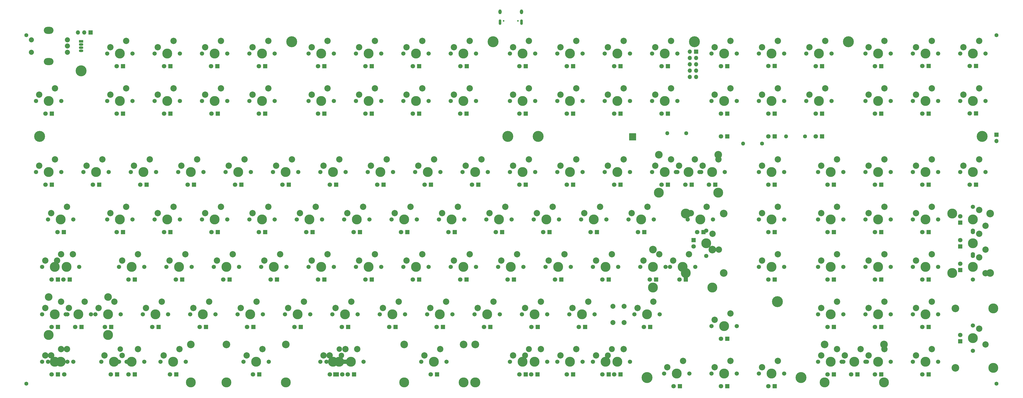
<source format=gbr>
G04 #@! TF.GenerationSoftware,KiCad,Pcbnew,7.0.1*
G04 #@! TF.CreationDate,2023-03-28T01:20:07-04:00*
G04 #@! TF.ProjectId,Boston-keyboard-V08J,426f7374-6f6e-42d6-9b65-79626f617264,rev?*
G04 #@! TF.SameCoordinates,Original*
G04 #@! TF.FileFunction,Soldermask,Top*
G04 #@! TF.FilePolarity,Negative*
%FSLAX46Y46*%
G04 Gerber Fmt 4.6, Leading zero omitted, Abs format (unit mm)*
G04 Created by KiCad (PCBNEW 7.0.1) date 2023-03-28 01:20:07*
%MOMM*%
%LPD*%
G01*
G04 APERTURE LIST*
%ADD10R,1.800000X1.800000*%
%ADD11C,1.800000*%
%ADD12R,2.200000X1.800000*%
%ADD13C,4.400000*%
%ADD14C,1.600000*%
%ADD15O,1.600000X1.600000*%
%ADD16C,1.596000*%
%ADD17C,2.000000*%
%ADD18R,1.700000X1.700000*%
%ADD19O,1.700000X1.700000*%
%ADD20C,2.032000*%
%ADD21O,3.900000X2.799999*%
%ADD22R,1.800000X1.070000*%
%ADD23O,1.800000X1.070000*%
%ADD24C,1.701800*%
%ADD25C,3.987800*%
%ADD26C,2.540000*%
%ADD27C,3.048000*%
%ADD28C,2.400000*%
%ADD29C,2.200000*%
%ADD30C,0.650000*%
%ADD31O,1.300000X1.900000*%
%ADD32O,1.100000X2.200000*%
%ADD33O,5.000000X1.701800*%
G04 APERTURE END LIST*
D10*
X69657600Y-168280000D03*
D11*
X72197600Y-168280000D03*
D12*
X181420000Y-168280000D03*
D11*
X183960000Y-168280000D03*
D10*
X381595000Y-130180000D03*
D11*
X379055000Y-130180000D03*
D10*
X181570000Y-92080000D03*
D11*
X179030000Y-92080000D03*
D10*
X419695000Y-168280000D03*
D11*
X417155000Y-168280000D03*
D13*
X325556250Y-34675000D03*
D10*
X253007500Y-130180000D03*
D11*
X250467500Y-130180000D03*
D10*
X69657600Y-168280000D03*
D11*
X67117600Y-168280000D03*
D10*
X238720000Y-92080000D03*
D11*
X236180000Y-92080000D03*
D10*
X152995000Y-111130000D03*
D11*
X150455000Y-111130000D03*
D10*
X333970000Y-92080000D03*
D11*
X331430000Y-92080000D03*
D10*
X167282500Y-149230000D03*
D11*
X164742500Y-149230000D03*
D10*
X233957500Y-63505000D03*
D11*
X231417500Y-63505000D03*
D10*
X338732500Y-153992500D03*
D11*
X336192500Y-153992500D03*
D10*
X419695000Y-92080000D03*
D11*
X417155000Y-92080000D03*
D10*
X438745000Y-44429600D03*
D11*
X436205000Y-44429600D03*
D10*
X114895000Y-63505000D03*
D11*
X112355000Y-63505000D03*
D10*
X195857500Y-44455000D03*
D11*
X193317500Y-44455000D03*
D10*
X114895000Y-111130000D03*
D11*
X112355000Y-111130000D03*
D10*
X400645000Y-63530400D03*
D11*
X398105000Y-63530400D03*
D10*
X419695000Y-44429600D03*
D11*
X417155000Y-44429600D03*
D10*
X381595000Y-149230000D03*
D11*
X379055000Y-149230000D03*
D10*
X276820000Y-168280000D03*
D11*
X274280000Y-168280000D03*
D10*
X233995600Y-44455000D03*
D11*
X231455600Y-44455000D03*
D10*
X432395000Y-107320000D03*
D11*
X432395000Y-104780000D03*
D10*
X138707500Y-130180000D03*
D11*
X136167500Y-130180000D03*
D10*
X210145000Y-111130000D03*
D11*
X207605000Y-111130000D03*
D10*
X314915000Y-92062500D03*
D11*
X312375000Y-92062500D03*
D10*
X257770000Y-44455000D03*
D11*
X255230000Y-44455000D03*
D10*
X329207500Y-111130000D03*
D11*
X326667500Y-111130000D03*
D10*
X67270000Y-92080000D03*
D11*
X64730000Y-92080000D03*
D10*
X357782500Y-111130000D03*
D11*
X355242500Y-111130000D03*
D10*
X91082500Y-149230000D03*
D11*
X88542500Y-149230000D03*
D10*
X381595000Y-92080000D03*
D11*
X379055000Y-92080000D03*
D10*
X119657500Y-130180000D03*
D11*
X117117500Y-130180000D03*
D10*
X419695000Y-149230000D03*
D11*
X417155000Y-149230000D03*
D10*
X257770000Y-63505000D03*
D11*
X255230000Y-63505000D03*
D10*
X314920000Y-63500000D03*
D11*
X312380000Y-63500000D03*
D10*
X438745000Y-63479600D03*
D11*
X436205000Y-63479600D03*
D10*
X338732500Y-72712500D03*
D11*
X336192500Y-72712500D03*
D10*
X432395000Y-116845000D03*
D11*
X432395000Y-114305000D03*
D10*
X219670000Y-92080000D03*
D11*
X217130000Y-92080000D03*
D10*
X69651250Y-130180000D03*
D11*
X67111250Y-130180000D03*
D10*
X114895000Y-44455000D03*
D11*
X112355000Y-44455000D03*
D10*
X432395000Y-154945000D03*
D11*
X432395000Y-152405000D03*
D10*
X152995000Y-44455000D03*
D11*
X150455000Y-44455000D03*
D10*
X205382500Y-149230000D03*
D11*
X202842500Y-149230000D03*
D10*
X214907500Y-44455000D03*
D11*
X212367500Y-44455000D03*
D10*
X105370000Y-92080000D03*
D11*
X102830000Y-92080000D03*
D10*
X295870000Y-63505000D03*
D11*
X293330000Y-63505000D03*
D14*
X352700000Y-75600000D03*
D15*
X345080000Y-75600000D03*
D10*
X338745200Y-44455000D03*
D11*
X336205200Y-44455000D03*
D10*
X200620000Y-92080000D03*
D11*
X198080000Y-92080000D03*
D10*
X419695000Y-63530400D03*
D11*
X417155000Y-63530400D03*
D10*
X93463750Y-168280000D03*
D11*
X90923750Y-168280000D03*
D10*
X438745000Y-92080000D03*
D11*
X436205000Y-92080000D03*
D10*
X186332500Y-149230000D03*
D11*
X183792500Y-149230000D03*
D10*
X276820000Y-92080000D03*
D11*
X274280000Y-92080000D03*
D12*
X181570000Y-168280000D03*
D11*
X179030000Y-168280000D03*
D10*
X357782500Y-130180000D03*
D11*
X355242500Y-130180000D03*
D16*
X447000000Y-32000000D03*
D10*
X357782500Y-72712500D03*
D11*
X355242500Y-72712500D03*
D10*
X338732500Y-63500000D03*
D11*
X336192500Y-63500000D03*
D10*
X95845000Y-63505000D03*
D11*
X93305000Y-63505000D03*
D10*
X176807500Y-44455000D03*
D11*
X174267500Y-44455000D03*
D10*
X172045000Y-111130000D03*
D11*
X169505000Y-111130000D03*
D10*
X176807500Y-63505000D03*
D11*
X174267500Y-63505000D03*
D10*
X176807500Y-130180000D03*
D11*
X174267500Y-130180000D03*
D10*
X381595000Y-168280000D03*
D11*
X379055000Y-168280000D03*
D10*
X276820000Y-63505000D03*
D11*
X274280000Y-63505000D03*
D10*
X325238750Y-114305000D03*
D11*
X325238750Y-116845000D03*
D17*
X292750000Y-147400000D03*
X292750000Y-140900000D03*
X297250000Y-147400000D03*
X297250000Y-140900000D03*
D10*
X100594800Y-168305400D03*
D11*
X98054800Y-168305400D03*
D10*
X69651250Y-149230000D03*
D11*
X67111250Y-149230000D03*
D10*
X400645000Y-130180000D03*
D11*
X398105000Y-130180000D03*
D10*
X150609000Y-168262000D03*
D11*
X148069000Y-168262000D03*
D13*
X368418750Y-169531000D03*
D10*
X222060000Y-168265000D03*
D11*
X219520000Y-168265000D03*
D10*
X162520000Y-92080000D03*
D11*
X159980000Y-92080000D03*
D10*
X248245000Y-111130000D03*
D11*
X245705000Y-111130000D03*
D10*
X400645000Y-149230000D03*
D11*
X398105000Y-149230000D03*
D10*
X400645000Y-92080000D03*
D11*
X398105000Y-92080000D03*
D18*
X82825000Y-30950000D03*
D19*
X80285000Y-30950000D03*
X77745000Y-30950000D03*
D13*
X387468750Y-34675000D03*
D10*
X95845000Y-44455000D03*
D11*
X93305000Y-44455000D03*
D16*
X57000000Y-172000000D03*
D10*
X257770000Y-92080000D03*
D11*
X255230000Y-92080000D03*
D13*
X62300000Y-72712500D03*
D10*
X291094800Y-168280000D03*
D11*
X288554800Y-168280000D03*
D10*
X157757500Y-130180000D03*
D11*
X155217500Y-130180000D03*
D10*
X191095000Y-111130000D03*
D11*
X188555000Y-111130000D03*
D18*
X447000000Y-72000000D03*
D19*
X447000000Y-74540000D03*
D10*
X400645000Y-44480400D03*
D11*
X398105000Y-44480400D03*
D10*
X110132500Y-149230000D03*
D11*
X107592500Y-149230000D03*
D10*
X67270000Y-63530400D03*
D11*
X64730000Y-63530400D03*
D10*
X357800000Y-63500000D03*
D11*
X355260000Y-63500000D03*
D10*
X319682500Y-173042500D03*
D11*
X317142500Y-173042500D03*
D10*
X262519800Y-168254600D03*
D11*
X259979800Y-168254600D03*
D13*
X262700000Y-72712500D03*
D10*
X295870000Y-168280000D03*
D11*
X293330000Y-168280000D03*
D10*
X322063750Y-130180000D03*
D11*
X319523750Y-130180000D03*
D13*
X441174000Y-72712500D03*
D10*
X276820000Y-44455000D03*
D11*
X274280000Y-44455000D03*
D10*
X357782500Y-92080000D03*
D11*
X355242500Y-92080000D03*
D10*
X224432500Y-149230000D03*
D11*
X221892500Y-149230000D03*
D10*
X229195000Y-111130000D03*
D11*
X226655000Y-111130000D03*
D10*
X357782500Y-173042500D03*
D11*
X355242500Y-173042500D03*
D10*
X133818000Y-44455000D03*
D11*
X131278000Y-44455000D03*
D16*
X57000000Y-32000000D03*
D13*
X244593750Y-34675000D03*
D10*
X262532500Y-149230000D03*
D11*
X259992500Y-149230000D03*
D10*
X432395000Y-126370000D03*
D11*
X432395000Y-123830000D03*
D10*
X188707400Y-168280000D03*
D11*
X186167400Y-168280000D03*
D10*
X324445000Y-92080000D03*
D11*
X321905000Y-92080000D03*
D10*
X100607500Y-130180000D03*
D11*
X98067500Y-130180000D03*
D10*
X376832500Y-63500000D03*
D11*
X374292500Y-63500000D03*
D10*
X419695000Y-130180000D03*
D11*
X417155000Y-130180000D03*
D10*
X419695000Y-111130000D03*
D11*
X417155000Y-111130000D03*
D10*
X72032500Y-111130000D03*
D11*
X69492500Y-111130000D03*
D10*
X291107500Y-130180000D03*
D11*
X288567500Y-130180000D03*
D10*
X338732500Y-173042500D03*
D11*
X336192500Y-173042500D03*
D10*
X286345000Y-111130000D03*
D11*
X283805000Y-111130000D03*
D20*
X73500000Y-38875000D03*
X73500000Y-33875000D03*
X73500000Y-36375000D03*
D21*
X66000000Y-42625000D03*
X66000000Y-30125000D03*
D20*
X59000000Y-38875000D03*
X59000000Y-33875000D03*
D10*
X307776250Y-149230000D03*
D11*
X305236250Y-149230000D03*
D10*
X152995000Y-63505000D03*
D11*
X150455000Y-63505000D03*
D10*
X272057500Y-130180000D03*
D11*
X269517500Y-130180000D03*
D10*
X124420000Y-92080000D03*
D11*
X121880000Y-92080000D03*
D13*
X306506250Y-169530000D03*
D10*
X233957500Y-130180000D03*
D11*
X231417500Y-130180000D03*
D10*
X117282600Y-168280000D03*
D11*
X114742600Y-168280000D03*
D10*
X314920000Y-44455000D03*
D11*
X312380000Y-44455000D03*
D10*
X257770000Y-168280000D03*
D11*
X255230000Y-168280000D03*
D10*
X133945000Y-63505000D03*
D11*
X131405000Y-63505000D03*
D13*
X163631250Y-34675000D03*
D10*
X129182500Y-149230000D03*
D11*
X126642500Y-149230000D03*
D13*
X79000000Y-46375000D03*
D10*
X305395000Y-111130000D03*
D11*
X302855000Y-111130000D03*
D10*
X295870000Y-44455000D03*
D11*
X293330000Y-44455000D03*
D14*
X370000000Y-72700000D03*
D15*
X362380000Y-72700000D03*
D10*
X214907500Y-130180000D03*
D11*
X212367500Y-130180000D03*
D10*
X79176250Y-149230000D03*
D11*
X76636250Y-149230000D03*
D13*
X358894000Y-139100000D03*
D10*
X400645000Y-168280000D03*
D11*
X398105000Y-168280000D03*
D10*
X281582500Y-149230000D03*
D11*
X279042500Y-149230000D03*
D10*
X357782500Y-44429600D03*
D11*
X355242500Y-44429600D03*
D10*
X143470000Y-92080000D03*
D11*
X140930000Y-92080000D03*
D10*
X391120000Y-168280000D03*
D11*
X388580000Y-168280000D03*
D10*
X310157500Y-130180000D03*
D11*
X307617500Y-130180000D03*
D10*
X295870000Y-92080000D03*
D11*
X293330000Y-92080000D03*
D10*
X95845000Y-111130000D03*
D11*
X93305000Y-111130000D03*
D18*
X326250000Y-38675000D03*
D19*
X323710000Y-38675000D03*
X326250000Y-41215000D03*
X323710000Y-41215000D03*
X326250000Y-43755000D03*
X323710000Y-43755000D03*
X326250000Y-46295000D03*
X323710000Y-46295000D03*
X326250000Y-48835000D03*
X323710000Y-48835000D03*
D22*
X79000000Y-34470000D03*
D23*
X79000000Y-35740000D03*
X79000000Y-37010000D03*
X79000000Y-38280000D03*
D10*
X74413750Y-130180000D03*
D11*
X71873750Y-130180000D03*
D10*
X214907500Y-63505000D03*
D11*
X212367500Y-63505000D03*
D10*
X376832500Y-72712500D03*
D11*
X374292500Y-72712500D03*
D14*
X322220000Y-71400000D03*
D15*
X314600000Y-71400000D03*
D10*
X376832500Y-44480400D03*
D11*
X374292500Y-44480400D03*
D10*
X86320000Y-92080000D03*
D11*
X83780000Y-92080000D03*
D10*
X267295000Y-111130000D03*
D11*
X264755000Y-111130000D03*
D10*
X243482500Y-149230000D03*
D11*
X240942500Y-149230000D03*
D10*
X133945000Y-111130000D03*
D11*
X131405000Y-111130000D03*
D13*
X250500000Y-72712500D03*
D10*
X195857500Y-130180000D03*
D11*
X193317500Y-130180000D03*
D10*
X381595000Y-111130000D03*
D11*
X379055000Y-111130000D03*
D16*
X447000000Y-172000000D03*
D10*
X148232500Y-149230000D03*
D11*
X145692500Y-149230000D03*
D10*
X195857500Y-63505000D03*
D11*
X193317500Y-63505000D03*
D10*
X400645000Y-111130000D03*
D11*
X398105000Y-111130000D03*
D24*
X280630000Y-87000000D03*
D25*
X275550000Y-87000000D03*
D24*
X270470000Y-87000000D03*
D26*
X278090000Y-81920000D03*
X271740000Y-84460000D03*
D25*
X401788000Y-171455000D03*
D27*
X401788000Y-156215000D03*
D24*
X394930000Y-163200000D03*
D25*
X389850000Y-163200000D03*
D24*
X384770000Y-163200000D03*
D25*
X377912000Y-171455000D03*
D27*
X377912000Y-156215000D03*
D26*
X392390000Y-158120000D03*
X386040000Y-160660000D03*
D24*
X256817500Y-125100000D03*
D25*
X251737500Y-125100000D03*
D24*
X246657500Y-125100000D03*
D26*
X254277500Y-120020000D03*
X247927500Y-122560000D03*
D24*
X423505000Y-163200000D03*
D25*
X418425000Y-163200000D03*
D24*
X413345000Y-163200000D03*
D26*
X420965000Y-158120000D03*
X414615000Y-160660000D03*
D24*
X261580000Y-163200000D03*
D25*
X256500000Y-163200000D03*
D24*
X251420000Y-163200000D03*
D28*
X259040000Y-158120000D03*
D26*
X252690000Y-160660000D03*
D24*
X99655000Y-58425000D03*
D25*
X94575000Y-58425000D03*
D24*
X89495000Y-58425000D03*
D26*
X97115000Y-53345000D03*
X90765000Y-55885000D03*
D24*
X309205000Y-106050000D03*
D25*
X304125000Y-106050000D03*
D24*
X299045000Y-106050000D03*
D26*
X306665000Y-100970000D03*
X300315000Y-103510000D03*
D24*
X218717500Y-39375000D03*
D25*
X213637500Y-39375000D03*
D24*
X208557500Y-39375000D03*
D26*
X216177500Y-34295000D03*
X209827500Y-36835000D03*
D24*
X437475000Y-111130000D03*
D25*
X437475000Y-106050000D03*
D24*
X437475000Y-100970000D03*
D26*
X442555000Y-108590000D03*
X440015000Y-102240000D03*
D24*
X342542500Y-58425000D03*
D25*
X337462500Y-58425000D03*
D24*
X332382500Y-58425000D03*
D26*
X340002500Y-53345000D03*
X333652500Y-55885000D03*
D24*
X361592500Y-125100000D03*
D25*
X356512500Y-125100000D03*
D24*
X351432500Y-125100000D03*
D26*
X359052500Y-120020000D03*
X352702500Y-122560000D03*
D24*
X361592500Y-106050000D03*
D25*
X356512500Y-106050000D03*
D24*
X351432500Y-106050000D03*
D26*
X359052500Y-100970000D03*
X352702500Y-103510000D03*
D24*
X423505000Y-125100000D03*
D25*
X418425000Y-125100000D03*
D24*
X413345000Y-125100000D03*
D26*
X420965000Y-120020000D03*
X414615000Y-122560000D03*
D24*
X97273750Y-163200000D03*
D25*
X92193750Y-163200000D03*
D24*
X87113750Y-163200000D03*
D29*
X94733750Y-158120000D03*
D26*
X88383750Y-160660000D03*
D25*
X89844250Y-152405000D03*
D27*
X89844250Y-137165000D03*
D24*
X82986250Y-144150000D03*
D25*
X77906250Y-144150000D03*
D24*
X72826250Y-144150000D03*
D25*
X65968250Y-152405000D03*
D27*
X65968250Y-137165000D03*
D26*
X80446250Y-139070000D03*
X74096250Y-141610000D03*
D24*
X142517500Y-125100000D03*
D25*
X137437500Y-125100000D03*
D24*
X132357500Y-125100000D03*
D26*
X139977500Y-120020000D03*
X133627500Y-122560000D03*
D24*
X299680000Y-39375000D03*
D25*
X294600000Y-39375000D03*
D24*
X289520000Y-39375000D03*
D26*
X297140000Y-34295000D03*
X290790000Y-36835000D03*
D24*
X333017500Y-106050000D03*
D25*
X327937500Y-106050000D03*
D24*
X322857500Y-106050000D03*
D26*
X330477500Y-100970000D03*
X324127500Y-103510000D03*
D24*
X132992500Y-144150000D03*
D25*
X127912500Y-144150000D03*
D24*
X122832500Y-144150000D03*
D26*
X130452500Y-139070000D03*
X124102500Y-141610000D03*
D24*
X266342500Y-144150000D03*
D25*
X261262500Y-144150000D03*
D24*
X256182500Y-144150000D03*
D26*
X263802500Y-139070000D03*
X257452500Y-141610000D03*
D24*
X73461250Y-144150000D03*
D25*
X68381250Y-144150000D03*
D24*
X63301250Y-144150000D03*
D26*
X70921250Y-139070000D03*
X64571250Y-141610000D03*
D24*
X218717500Y-125100000D03*
D25*
X213637500Y-125100000D03*
D24*
X208557500Y-125100000D03*
D26*
X216177500Y-120020000D03*
X209827500Y-122560000D03*
D24*
X185380000Y-87000000D03*
D25*
X180300000Y-87000000D03*
D24*
X175220000Y-87000000D03*
D26*
X182840000Y-81920000D03*
X176490000Y-84460000D03*
D25*
X332731964Y-133355000D03*
D27*
X332731964Y-118115000D03*
D24*
X325873964Y-125100000D03*
D25*
X320793964Y-125100000D03*
D24*
X315713964Y-125100000D03*
D25*
X308855964Y-133355000D03*
D27*
X308855964Y-118115000D03*
D26*
X323333964Y-120020000D03*
X316983964Y-122560000D03*
D24*
X299680000Y-87000000D03*
D25*
X294600000Y-87000000D03*
D24*
X289520000Y-87000000D03*
D26*
X297140000Y-81920000D03*
X290790000Y-84460000D03*
D24*
X156805000Y-58425000D03*
D25*
X151725000Y-58425000D03*
D24*
X146645000Y-58425000D03*
D26*
X154265000Y-53345000D03*
X147915000Y-55885000D03*
D24*
X199667500Y-125100000D03*
D25*
X194587500Y-125100000D03*
D24*
X189507500Y-125100000D03*
D26*
X197127500Y-120020000D03*
X190777500Y-122560000D03*
D24*
X261580160Y-39375000D03*
D25*
X256500160Y-39375000D03*
D24*
X251420160Y-39375000D03*
D26*
X259040160Y-34295000D03*
X252690160Y-36835000D03*
D24*
X223480000Y-87000000D03*
D25*
X218400000Y-87000000D03*
D24*
X213320000Y-87000000D03*
D26*
X220940000Y-81920000D03*
X214590000Y-84460000D03*
D24*
X442555000Y-87000000D03*
D25*
X437475000Y-87000000D03*
D24*
X432395000Y-87000000D03*
D26*
X440015000Y-81920000D03*
X433665000Y-84460000D03*
D24*
X118705000Y-106050000D03*
D25*
X113625000Y-106050000D03*
D24*
X108545000Y-106050000D03*
D26*
X116165000Y-100970000D03*
X109815000Y-103510000D03*
D24*
X294917500Y-163200000D03*
D25*
X289837500Y-163200000D03*
D24*
X284757500Y-163200000D03*
D28*
X292377500Y-158120000D03*
D26*
X286027500Y-160660000D03*
D24*
X194905000Y-106050000D03*
D25*
X189825000Y-106050000D03*
D24*
X184745000Y-106050000D03*
D26*
X192365000Y-100970000D03*
X186015000Y-103510000D03*
D24*
X113942500Y-144150000D03*
D25*
X108862500Y-144150000D03*
D24*
X103782500Y-144150000D03*
D26*
X111402500Y-139070000D03*
X105052500Y-141610000D03*
D24*
X404455000Y-144150000D03*
D25*
X399375000Y-144150000D03*
D24*
X394295000Y-144150000D03*
D26*
X401915000Y-139070000D03*
X395565000Y-141610000D03*
D24*
X190142500Y-144150000D03*
D25*
X185062500Y-144150000D03*
D24*
X179982500Y-144150000D03*
D26*
X187602500Y-139070000D03*
X181252500Y-141610000D03*
D24*
X90130000Y-87000000D03*
D25*
X85050000Y-87000000D03*
D24*
X79970000Y-87000000D03*
D26*
X87590000Y-81920000D03*
X81240000Y-84460000D03*
D24*
X318730000Y-87000000D03*
D25*
X313650000Y-87000000D03*
D24*
X308570000Y-87000000D03*
D26*
X316190000Y-81920000D03*
X309840000Y-84460000D03*
D24*
X128230000Y-87000000D03*
D25*
X123150000Y-87000000D03*
D24*
X118070000Y-87000000D03*
D26*
X125690000Y-81920000D03*
X119340000Y-84460000D03*
D24*
X423505000Y-87000000D03*
D25*
X418425000Y-87000000D03*
D24*
X413345000Y-87000000D03*
D26*
X420965000Y-81920000D03*
X414615000Y-84460000D03*
D24*
X442555000Y-58425000D03*
D25*
X437475000Y-58425000D03*
D24*
X432395000Y-58425000D03*
D26*
X440015000Y-53345000D03*
X433665000Y-55885000D03*
D24*
X199667606Y-39375000D03*
D25*
X194587606Y-39375000D03*
D24*
X189507606Y-39375000D03*
D26*
X197127606Y-34295000D03*
X190777606Y-36835000D03*
D24*
X404455000Y-39375000D03*
D25*
X399375000Y-39375000D03*
D24*
X394295000Y-39375000D03*
D26*
X401915000Y-34295000D03*
X395565000Y-36835000D03*
D24*
X385405000Y-163200000D03*
D25*
X380325000Y-163200000D03*
D24*
X375245000Y-163200000D03*
D26*
X382865000Y-158120000D03*
X376515000Y-160660000D03*
D24*
X156805000Y-39375000D03*
D25*
X151725000Y-39375000D03*
D24*
X146645000Y-39375000D03*
D26*
X154265000Y-34295000D03*
X147915000Y-36835000D03*
D24*
X275867500Y-125100000D03*
D25*
X270787500Y-125100000D03*
D24*
X265707500Y-125100000D03*
D26*
X273327500Y-120020000D03*
X266977500Y-122560000D03*
D24*
X237767500Y-58425000D03*
D25*
X232687500Y-58425000D03*
D24*
X227607500Y-58425000D03*
D26*
X235227500Y-53345000D03*
X228877500Y-55885000D03*
D30*
X248847000Y-26249000D03*
X254627000Y-26249000D03*
D31*
X247437000Y-22600000D03*
D32*
X247437000Y-26800000D03*
D31*
X256037000Y-22600000D03*
D32*
X256037000Y-26800000D03*
D24*
X404455000Y-125100000D03*
D25*
X399375000Y-125100000D03*
D24*
X394295000Y-125100000D03*
D26*
X401915000Y-120020000D03*
X395565000Y-122560000D03*
D24*
X280630000Y-39375000D03*
D25*
X275550000Y-39375000D03*
D24*
X270470000Y-39375000D03*
D26*
X278090000Y-34295000D03*
X271740000Y-36835000D03*
D24*
X342542500Y-148912500D03*
D25*
X337462500Y-148912500D03*
D24*
X332382500Y-148912500D03*
D26*
X340002500Y-143832500D03*
X333652500Y-146372500D03*
D24*
X209192500Y-144150000D03*
D25*
X204112500Y-144150000D03*
D24*
X199032500Y-144150000D03*
D26*
X206652500Y-139070000D03*
X200302500Y-141610000D03*
D25*
X232719250Y-171455000D03*
D27*
X232719250Y-156215000D03*
D24*
X225861250Y-163200000D03*
D25*
X220781250Y-163200000D03*
D24*
X215701250Y-163200000D03*
D25*
X208843250Y-171455000D03*
D27*
X208843250Y-156215000D03*
D26*
X223321250Y-158120000D03*
X216971250Y-160660000D03*
D27*
X337303750Y-127513000D03*
X337303750Y-103637000D03*
D24*
X330318750Y-120655000D03*
D25*
X330318750Y-115575000D03*
D24*
X330318750Y-110495000D03*
D25*
X322063750Y-127513000D03*
X322063750Y-103637000D03*
D26*
X335398750Y-118115000D03*
X332858750Y-111765000D03*
D24*
X180617500Y-58425000D03*
D25*
X175537500Y-58425000D03*
D24*
X170457500Y-58425000D03*
D26*
X178077500Y-53345000D03*
X171727500Y-55885000D03*
D24*
X437475000Y-130180000D03*
D25*
X437475000Y-125100000D03*
D24*
X437475000Y-120020000D03*
D26*
X442555000Y-127640000D03*
X440015000Y-121290000D03*
D24*
X337780000Y-87000000D03*
D25*
X332700000Y-87000000D03*
D24*
X327620000Y-87000000D03*
D26*
X335240000Y-81920000D03*
X328890000Y-84460000D03*
D24*
X187761250Y-163200000D03*
D25*
X182681250Y-163200000D03*
D24*
X177601250Y-163200000D03*
D26*
X185221250Y-158120000D03*
X178871250Y-160660000D03*
D24*
X180617590Y-39375000D03*
D25*
X175537590Y-39375000D03*
D24*
X170457590Y-39375000D03*
D26*
X178077590Y-34295000D03*
X171727590Y-36835000D03*
D24*
X290155000Y-106050000D03*
D25*
X285075000Y-106050000D03*
D24*
X279995000Y-106050000D03*
D26*
X287615000Y-100970000D03*
X281265000Y-103510000D03*
D24*
X404455000Y-106050000D03*
D25*
X399375000Y-106050000D03*
D24*
X394295000Y-106050000D03*
D26*
X401915000Y-100970000D03*
X395565000Y-103510000D03*
D24*
X118705000Y-39375000D03*
D25*
X113625000Y-39375000D03*
D24*
X108545000Y-39375000D03*
D26*
X116165000Y-34295000D03*
X109815000Y-36835000D03*
D24*
X237767500Y-125100000D03*
D25*
X232687500Y-125100000D03*
D24*
X227607500Y-125100000D03*
D26*
X235227500Y-120020000D03*
X228877500Y-122560000D03*
D24*
X137755000Y-106050000D03*
D25*
X132675000Y-106050000D03*
D24*
X127595000Y-106050000D03*
D26*
X135215000Y-100970000D03*
X128865000Y-103510000D03*
D24*
X199667500Y-58425000D03*
D25*
X194587500Y-58425000D03*
D24*
X189507500Y-58425000D03*
D26*
X197127500Y-53345000D03*
X190777500Y-55885000D03*
D25*
X161281750Y-171455000D03*
D27*
X161281750Y-156215000D03*
D24*
X154423750Y-163200000D03*
D25*
X149343750Y-163200000D03*
D24*
X144263750Y-163200000D03*
D25*
X137405750Y-171455000D03*
D27*
X137405750Y-156215000D03*
D26*
X151883750Y-158120000D03*
X145533750Y-160660000D03*
D25*
X237450000Y-171455000D03*
D27*
X237450000Y-156215000D03*
D33*
X185380000Y-163200000D03*
D25*
X180300000Y-163200000D03*
D24*
X175220000Y-163200000D03*
D25*
X123150000Y-171455000D03*
D27*
X123150000Y-156215000D03*
D29*
X182840000Y-158120000D03*
D26*
X176490000Y-160660000D03*
D24*
X404455000Y-163200000D03*
D25*
X399375000Y-163200000D03*
D24*
X394295000Y-163200000D03*
D26*
X401915000Y-158120000D03*
X395565000Y-160660000D03*
D24*
X171092500Y-144150000D03*
D25*
X166012500Y-144150000D03*
D24*
X160932500Y-144150000D03*
D26*
X168552500Y-139070000D03*
X162202500Y-141610000D03*
D24*
X342542500Y-167962500D03*
D25*
X337462500Y-167962500D03*
D24*
X332382500Y-167962500D03*
D26*
X340002500Y-162882500D03*
X333652500Y-165422500D03*
D24*
X75842500Y-106050000D03*
D25*
X70762500Y-106050000D03*
D24*
X65682500Y-106050000D03*
D26*
X73302500Y-100970000D03*
X66952500Y-103510000D03*
D24*
X99655000Y-106050000D03*
D25*
X94575000Y-106050000D03*
D24*
X89495000Y-106050000D03*
D26*
X97115000Y-100970000D03*
X90765000Y-103510000D03*
D24*
X71080000Y-58425000D03*
D25*
X66000000Y-58425000D03*
D24*
X60920000Y-58425000D03*
D26*
X68540000Y-53345000D03*
X62190000Y-55885000D03*
D24*
X318730000Y-39375000D03*
D25*
X313650000Y-39375000D03*
D24*
X308570000Y-39375000D03*
D26*
X316190000Y-34295000D03*
X309840000Y-36835000D03*
D24*
X361592500Y-167962500D03*
D25*
X356512500Y-167962500D03*
D24*
X351432500Y-167962500D03*
D26*
X359052500Y-162882500D03*
X352702500Y-165422500D03*
D24*
X261580000Y-87000000D03*
D25*
X256500000Y-87000000D03*
D24*
X251420000Y-87000000D03*
D26*
X259040000Y-81920000D03*
X252690000Y-84460000D03*
D24*
X99655000Y-39375000D03*
D25*
X94575000Y-39375000D03*
D24*
X89495000Y-39375000D03*
D26*
X97115000Y-34295000D03*
X90765000Y-36835000D03*
D24*
X147280000Y-87000000D03*
D25*
X142200000Y-87000000D03*
D24*
X137120000Y-87000000D03*
D26*
X144740000Y-81920000D03*
X138390000Y-84460000D03*
D25*
X429220000Y-127513000D03*
D27*
X444460000Y-127513000D03*
D24*
X437475000Y-120655000D03*
D25*
X437475000Y-115575000D03*
D24*
X437475000Y-110495000D03*
D25*
X429220000Y-103637000D03*
D27*
X444460000Y-103637000D03*
D26*
X442555000Y-118115000D03*
X440015000Y-111765000D03*
D24*
X361592500Y-58425000D03*
D25*
X356512500Y-58425000D03*
D24*
X351432500Y-58425000D03*
D26*
X359052500Y-53345000D03*
X352702500Y-55885000D03*
D24*
X228242500Y-144150000D03*
D25*
X223162500Y-144150000D03*
D24*
X218082500Y-144150000D03*
D26*
X225702500Y-139070000D03*
X219352500Y-141610000D03*
D24*
X361592500Y-39375000D03*
D25*
X356512500Y-39375000D03*
D24*
X351432500Y-39375000D03*
D26*
X359052500Y-34295000D03*
X352702500Y-36835000D03*
D24*
X73461250Y-125100000D03*
D25*
X68381250Y-125100000D03*
D24*
X63301250Y-125100000D03*
D26*
X70921250Y-120020000D03*
X64571250Y-122560000D03*
D24*
X280630000Y-163200000D03*
D25*
X275550000Y-163200000D03*
D24*
X270470000Y-163200000D03*
D26*
X278090000Y-158120000D03*
X271740000Y-160660000D03*
D24*
X75842500Y-163200000D03*
D25*
X70762500Y-163200000D03*
D24*
X65682500Y-163200000D03*
D26*
X73302500Y-158120000D03*
X66952500Y-160660000D03*
D24*
X121086250Y-163200000D03*
D25*
X116006250Y-163200000D03*
D24*
X110926250Y-163200000D03*
D26*
X118546250Y-158120000D03*
X112196250Y-160660000D03*
D24*
X380642500Y-39375000D03*
D25*
X375562500Y-39375000D03*
D24*
X370482500Y-39375000D03*
D26*
X378102500Y-34295000D03*
X371752500Y-36835000D03*
D24*
X442555000Y-39375000D03*
D25*
X437475000Y-39375000D03*
D24*
X432395000Y-39375000D03*
D26*
X440015000Y-34295000D03*
X433665000Y-36835000D03*
D24*
X313967500Y-125100000D03*
D25*
X308887500Y-125100000D03*
D24*
X303807500Y-125100000D03*
D26*
X311427500Y-120020000D03*
X305077500Y-122560000D03*
D24*
X404455000Y-87000000D03*
D25*
X399375000Y-87000000D03*
D24*
X394295000Y-87000000D03*
D26*
X401915000Y-81920000D03*
X395565000Y-84460000D03*
D24*
X137755000Y-39375000D03*
D25*
X132675000Y-39375000D03*
D24*
X127595000Y-39375000D03*
D26*
X135215000Y-34295000D03*
X128865000Y-36835000D03*
D24*
X94892500Y-144150000D03*
D25*
X89812500Y-144150000D03*
D24*
X84732500Y-144150000D03*
D26*
X92352500Y-139070000D03*
X86002500Y-141610000D03*
D24*
X242530000Y-87000000D03*
D25*
X237450000Y-87000000D03*
D24*
X232370000Y-87000000D03*
D26*
X239990000Y-81920000D03*
X233640000Y-84460000D03*
D24*
X342542500Y-39375000D03*
D25*
X337462500Y-39375000D03*
D24*
X332382500Y-39375000D03*
D26*
X340002500Y-34295000D03*
X333652500Y-36835000D03*
D24*
X152042500Y-144150000D03*
D25*
X146962500Y-144150000D03*
D24*
X141882500Y-144150000D03*
D26*
X149502500Y-139070000D03*
X143152500Y-141610000D03*
D24*
X423505000Y-144150000D03*
D25*
X418425000Y-144150000D03*
D24*
X413345000Y-144150000D03*
D26*
X420965000Y-139070000D03*
X414615000Y-141610000D03*
D24*
X109180000Y-87000000D03*
D25*
X104100000Y-87000000D03*
D24*
X99020000Y-87000000D03*
D26*
X106640000Y-81920000D03*
X100290000Y-84460000D03*
D24*
X71080000Y-87000000D03*
D25*
X66000000Y-87000000D03*
D24*
X60920000Y-87000000D03*
D26*
X68540000Y-81920000D03*
X62190000Y-84460000D03*
D24*
X78223750Y-125100000D03*
D25*
X73143750Y-125100000D03*
D24*
X68063750Y-125100000D03*
D26*
X75683750Y-120020000D03*
X69333750Y-122560000D03*
D24*
X161567500Y-125100000D03*
D25*
X156487500Y-125100000D03*
D24*
X151407500Y-125100000D03*
D26*
X159027500Y-120020000D03*
X152677500Y-122560000D03*
D24*
X280630000Y-58425000D03*
D25*
X275550000Y-58425000D03*
D24*
X270470000Y-58425000D03*
D26*
X278090000Y-53345000D03*
X271740000Y-55885000D03*
D24*
X180617500Y-125100000D03*
D25*
X175537500Y-125100000D03*
D24*
X170457500Y-125100000D03*
D26*
X178077500Y-120020000D03*
X171727500Y-122560000D03*
D24*
X423505000Y-106050000D03*
D25*
X418425000Y-106050000D03*
D24*
X413345000Y-106050000D03*
D26*
X420965000Y-100970000D03*
X414615000Y-103510000D03*
D24*
X247292500Y-144150000D03*
D25*
X242212500Y-144150000D03*
D24*
X237132500Y-144150000D03*
D26*
X244752500Y-139070000D03*
X238402500Y-141610000D03*
D24*
X118705000Y-58425000D03*
D25*
X113625000Y-58425000D03*
D24*
X108545000Y-58425000D03*
D26*
X116165000Y-53345000D03*
X109815000Y-55885000D03*
D24*
X266342500Y-163200000D03*
D25*
X261262500Y-163200000D03*
D24*
X256182500Y-163200000D03*
D26*
X263802500Y-158120000D03*
D28*
X257452500Y-160660000D03*
D24*
X156805000Y-106050000D03*
D25*
X151725000Y-106050000D03*
D24*
X146645000Y-106050000D03*
D26*
X154265000Y-100970000D03*
X147915000Y-103510000D03*
D24*
X385405000Y-106050000D03*
D25*
X380325000Y-106050000D03*
D24*
X375245000Y-106050000D03*
D26*
X382865000Y-100970000D03*
X376515000Y-103510000D03*
D24*
X261580000Y-58425000D03*
D25*
X256500000Y-58425000D03*
D24*
X251420000Y-58425000D03*
D26*
X259040000Y-53345000D03*
X252690000Y-55885000D03*
D24*
X318730000Y-58425000D03*
D25*
X313650000Y-58425000D03*
D24*
X308570000Y-58425000D03*
D26*
X316190000Y-53345000D03*
X309840000Y-55885000D03*
D24*
X237767500Y-39375000D03*
D25*
X232687500Y-39375000D03*
D24*
X227607500Y-39375000D03*
D26*
X235227500Y-34295000D03*
X228877500Y-36835000D03*
D24*
X385405000Y-125100000D03*
D25*
X380325000Y-125100000D03*
D24*
X375245000Y-125100000D03*
D26*
X382865000Y-120020000D03*
X376515000Y-122560000D03*
D24*
X299680000Y-58425000D03*
D25*
X294600000Y-58425000D03*
D24*
X289520000Y-58425000D03*
D26*
X297140000Y-53345000D03*
X290790000Y-55885000D03*
D24*
X271105000Y-106050000D03*
D25*
X266025000Y-106050000D03*
D24*
X260945000Y-106050000D03*
D26*
X268565000Y-100970000D03*
X262215000Y-103510000D03*
D24*
X294917500Y-125100000D03*
D25*
X289837500Y-125100000D03*
D24*
X284757500Y-125100000D03*
D26*
X292377500Y-120020000D03*
X286027500Y-122560000D03*
D24*
X166330000Y-87000000D03*
D25*
X161250000Y-87000000D03*
D24*
X156170000Y-87000000D03*
D26*
X163790000Y-81920000D03*
X157440000Y-84460000D03*
D24*
X104417500Y-125100000D03*
D25*
X99337500Y-125100000D03*
D24*
X94257500Y-125100000D03*
D26*
X101877500Y-120020000D03*
X95527500Y-122560000D03*
D24*
X380642500Y-58425000D03*
D25*
X375562500Y-58425000D03*
D24*
X370482500Y-58425000D03*
D26*
X378102500Y-53345000D03*
X371752500Y-55885000D03*
D24*
X123467500Y-125100000D03*
D25*
X118387500Y-125100000D03*
D24*
X113307500Y-125100000D03*
D26*
X120927500Y-120020000D03*
X114577500Y-122560000D03*
D24*
X252055000Y-106050000D03*
D25*
X246975000Y-106050000D03*
D24*
X241895000Y-106050000D03*
D26*
X249515000Y-100970000D03*
X243165000Y-103510000D03*
D24*
X385405000Y-144150000D03*
D25*
X380325000Y-144150000D03*
D24*
X375245000Y-144150000D03*
D26*
X382865000Y-139070000D03*
X376515000Y-141610000D03*
D24*
X423505000Y-39375000D03*
D25*
X418425000Y-39375000D03*
D24*
X413345000Y-39375000D03*
D26*
X420965000Y-34295000D03*
X414615000Y-36835000D03*
D24*
X104417500Y-163200000D03*
D25*
X99337500Y-163200000D03*
D24*
X94257500Y-163200000D03*
D26*
X101877500Y-158120000D03*
D29*
X95527500Y-160660000D03*
D24*
X218717500Y-58425000D03*
D25*
X213637500Y-58425000D03*
D24*
X208557500Y-58425000D03*
D26*
X216177500Y-53345000D03*
X209827500Y-55885000D03*
D24*
X311586250Y-144150000D03*
D25*
X306506250Y-144150000D03*
D24*
X301426250Y-144150000D03*
D26*
X309046250Y-139070000D03*
X302696250Y-141610000D03*
D24*
X137755000Y-58425000D03*
D25*
X132675000Y-58425000D03*
D24*
X127595000Y-58425000D03*
D26*
X135215000Y-53345000D03*
X128865000Y-55885000D03*
D24*
X285392500Y-144150000D03*
D25*
X280312500Y-144150000D03*
D24*
X275232500Y-144150000D03*
D26*
X282852500Y-139070000D03*
X276502500Y-141610000D03*
D25*
X335113000Y-95255000D03*
D27*
X335113000Y-80015000D03*
D24*
X328255000Y-87000000D03*
D25*
X323175000Y-87000000D03*
D24*
X318095000Y-87000000D03*
D25*
X311237000Y-95255000D03*
D27*
X311237000Y-80015000D03*
D26*
X325715000Y-81920000D03*
X319365000Y-84460000D03*
D24*
X404455000Y-58425000D03*
D25*
X399375000Y-58425000D03*
D24*
X394295000Y-58425000D03*
D26*
X401915000Y-53345000D03*
X395565000Y-55885000D03*
D24*
X213955000Y-106050000D03*
D25*
X208875000Y-106050000D03*
D24*
X203795000Y-106050000D03*
D26*
X211415000Y-100970000D03*
X205065000Y-103510000D03*
D24*
X385405000Y-87000000D03*
D25*
X380325000Y-87000000D03*
D24*
X375245000Y-87000000D03*
D26*
X382865000Y-81920000D03*
X376515000Y-84460000D03*
D25*
X237481750Y-171455000D03*
D27*
X237481750Y-156215000D03*
D24*
X192523750Y-163200000D03*
D25*
X187443750Y-163200000D03*
D24*
X182363750Y-163200000D03*
D25*
X137405750Y-171455000D03*
D27*
X137405750Y-156215000D03*
D26*
X189983750Y-158120000D03*
D29*
X183633750Y-160660000D03*
D24*
X323492500Y-167962500D03*
D25*
X318412500Y-167962500D03*
D24*
X313332500Y-167962500D03*
D26*
X320952500Y-162882500D03*
X314602500Y-165422500D03*
D27*
X430490000Y-165613000D03*
D25*
X445730000Y-165613000D03*
D24*
X437475000Y-158755000D03*
D25*
X437475000Y-153675000D03*
D24*
X437475000Y-148595000D03*
D27*
X430490000Y-141737000D03*
D25*
X445730000Y-141737000D03*
D26*
X442555000Y-156215000D03*
X440015000Y-149865000D03*
D24*
X73461250Y-163200000D03*
D25*
X68381250Y-163200000D03*
D24*
X63301250Y-163200000D03*
D26*
X70921250Y-158120000D03*
X64571250Y-160660000D03*
D24*
X361592500Y-87000000D03*
D25*
X356512500Y-87000000D03*
D24*
X351432500Y-87000000D03*
D26*
X359052500Y-81920000D03*
X352702500Y-84460000D03*
D24*
X204430000Y-87000000D03*
D25*
X199350000Y-87000000D03*
D24*
X194270000Y-87000000D03*
D26*
X201890000Y-81920000D03*
X195540000Y-84460000D03*
D24*
X423505000Y-58425000D03*
D25*
X418425000Y-58425000D03*
D24*
X413345000Y-58425000D03*
D26*
X420965000Y-53345000D03*
X414615000Y-55885000D03*
D24*
X299680000Y-163200000D03*
D25*
X294600000Y-163200000D03*
D24*
X289520000Y-163200000D03*
D26*
X297140000Y-158120000D03*
D28*
X290790000Y-160660000D03*
D24*
X175855000Y-106050000D03*
D25*
X170775000Y-106050000D03*
D24*
X165695000Y-106050000D03*
D26*
X173315000Y-100970000D03*
X166965000Y-103510000D03*
D24*
X233005000Y-106050000D03*
D25*
X227925000Y-106050000D03*
D24*
X222845000Y-106050000D03*
D26*
X230465000Y-100970000D03*
X224115000Y-103510000D03*
G36*
X302045500Y-71439603D02*
G01*
X302085397Y-71479500D01*
X302100000Y-71534000D01*
X302100000Y-74216000D01*
X302085397Y-74270500D01*
X302045500Y-74310397D01*
X301991000Y-74325000D01*
X299409000Y-74325000D01*
X299354500Y-74310397D01*
X299314603Y-74270500D01*
X299300000Y-74216000D01*
X299300000Y-71534000D01*
X299314603Y-71479500D01*
X299354500Y-71439603D01*
X299409000Y-71425000D01*
X301991000Y-71425000D01*
X302045500Y-71439603D01*
G37*
M02*

</source>
